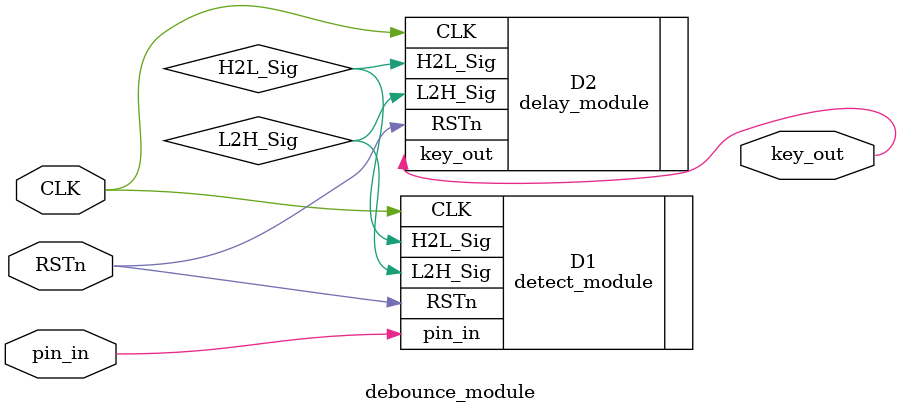
<source format=v>
`timescale 1ns / 1ps
module debounce_module(
    CLK,
    RSTn,
    pin_in,
    key_out
    );

    input CLK;
    input RSTn;
    input pin_in;
    output key_out;
    
    
    wire H2L_Sig;
    wire L2H_Sig;
    
    detect_module D1(
        .CLK(CLK),
        .RSTn(RSTn),
        .pin_in(pin_in),
        .H2L_Sig(H2L_Sig),
        .L2H_Sig(L2H_Sig)
    );
    
    delay_module D2(
        .CLK(CLK),
        .RSTn(RSTn),
        .H2L_Sig(H2L_Sig),
        .L2H_Sig(L2H_Sig),
        .key_out(key_out)
    );

endmodule


</source>
